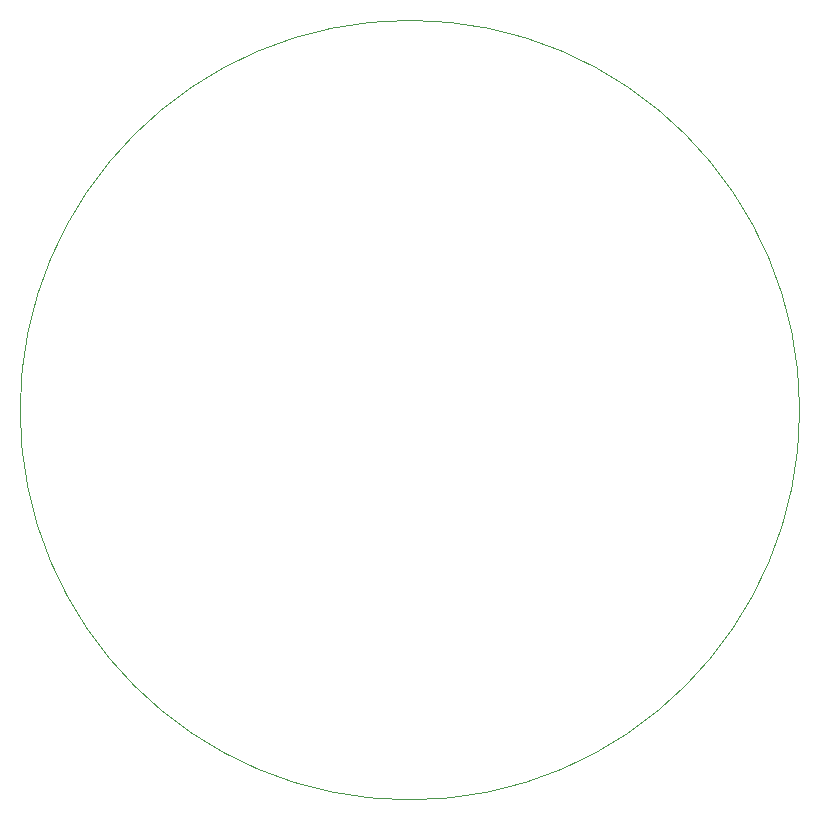
<source format=gm1>
%TF.GenerationSoftware,KiCad,Pcbnew,7.0.1*%
%TF.CreationDate,2023-05-06T14:01:28-04:00*%
%TF.ProjectId,digital_compass,64696769-7461-46c5-9f63-6f6d70617373,rev?*%
%TF.SameCoordinates,Original*%
%TF.FileFunction,Profile,NP*%
%FSLAX46Y46*%
G04 Gerber Fmt 4.6, Leading zero omitted, Abs format (unit mm)*
G04 Created by KiCad (PCBNEW 7.0.1) date 2023-05-06 14:01:28*
%MOMM*%
%LPD*%
G01*
G04 APERTURE LIST*
%TA.AperFunction,Profile*%
%ADD10C,0.100000*%
%TD*%
G04 APERTURE END LIST*
D10*
X133000000Y-100000000D02*
G75*
G03*
X133000000Y-100000000I-33000000J0D01*
G01*
M02*

</source>
